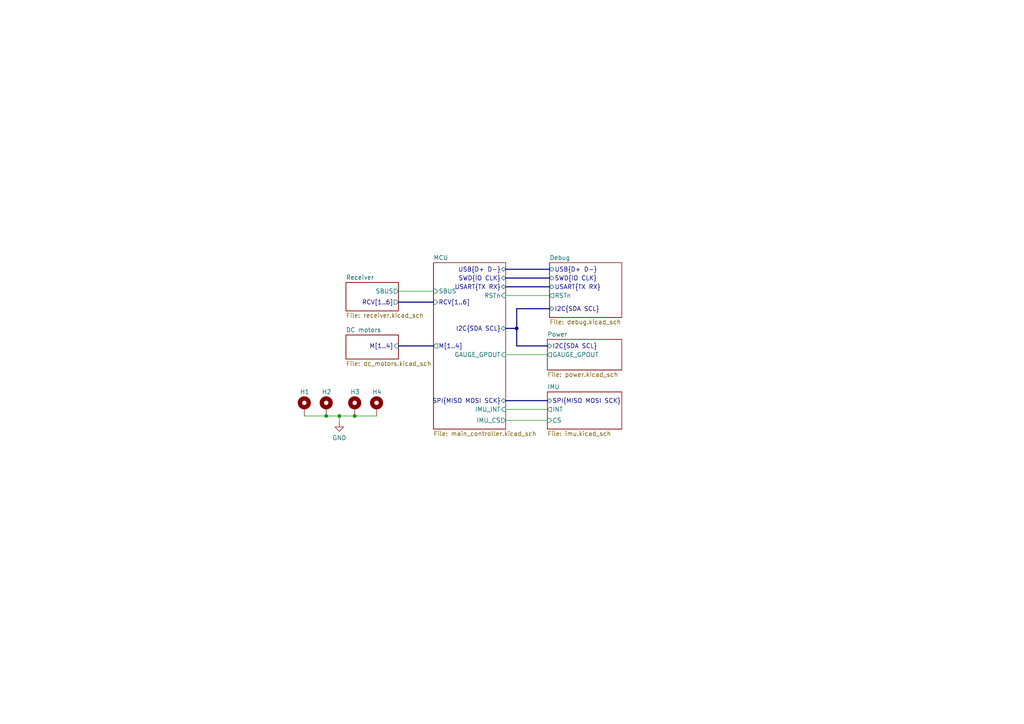
<source format=kicad_sch>
(kicad_sch (version 20211123) (generator eeschema)
  (paper "A4")
  (lib_symbols
    (symbol "Mechanical:MountingHole_Pad" (pin_numbers hide) (pin_names (offset 1.016) hide)
      (property "Reference" "H" (at 0 6.35 0))
      (property "Value" "MountingHole_Pad" (at 0 4.445 0))
      (symbol "MountingHole_Pad_0_1"
        (circle (center 0 1.27) (radius 1.27) (stroke (width 1.27)))
      )
      (symbol "MountingHole_Pad_1_1"
        (pin input line (at 0 -2.54 90) (length 2.54) (name "1") (number "1"))
      )
    )
    (symbol "power:GND" (power) (pin_names (offset 0))
      (property "Value" "GND" (at 0 -3.81 0))
      (symbol "GND_0_1"
        (polyline (pts (xy 0 0) (xy 0 -1.27) (xy 1.27 -1.27) (xy 0 -2.54) (xy -1.27 -1.27) (xy 0 -1.27)))
      )
      (symbol "GND_1_1"
        (pin power_in line (at 0 0 270) (length 0) hide (name "GND") (number "1"))
      )
    )
  )
  (junction (at 98.425 120.65))
  (junction (at 94.615 120.65))
  (junction (at 102.87 120.65))
  (junction (at 149.86 95.25))
  (wire (pts (xy 146.685 85.725) (xy 159.385 85.725)))
  (wire (pts (xy 98.425 120.65) (xy 102.87 120.65)))
  (wire (pts (xy 146.685 102.87) (xy 158.75 102.87)))
  (bus (pts (xy 146.685 80.645) (xy 159.385 80.645)))
  (wire (pts (xy 102.87 120.65) (xy 109.22 120.65)))
  (wire (pts (xy 146.685 121.92) (xy 158.75 121.92)))
  (wire (pts (xy 88.265 120.65) (xy 94.615 120.65)))
  (bus (pts (xy 149.86 100.33) (xy 158.75 100.33)))
  (bus (pts (xy 149.86 95.25) (xy 149.86 100.33)))
  (bus (pts (xy 146.685 78.105) (xy 159.385 78.105)))
  (bus (pts (xy 146.685 95.25) (xy 149.86 95.25)))
  (bus (pts (xy 146.685 116.205) (xy 158.75 116.205)))
  (bus (pts (xy 146.685 83.185) (xy 159.385 83.185)))
  (wire (pts (xy 98.425 120.65) (xy 98.425 122.555)))
  (wire (pts (xy 146.685 118.745) (xy 158.75 118.745)))
  (wire (pts (xy 115.57 84.455) (xy 125.73 84.455)))
  (wire (pts (xy 94.615 120.65) (xy 98.425 120.65)))
  (bus (pts (xy 115.57 100.33) (xy 125.73 100.33)))
  (bus (pts (xy 149.86 95.25) (xy 149.86 89.535)))
  (bus (pts (xy 115.57 87.63) (xy 125.73 87.63)))
  (bus (pts (xy 149.86 89.535) (xy 159.385 89.535)))
  (text "\n" (at 99.06 111.125 0) (effects (font (size 1.27 1.27)) (justify left bottom)))
  (symbol (lib_id "power:GND") (at 98.425 122.555 0) (unit 1)
    (property "Reference" "#PWR01" (effects hide))
    (property "Value" "GND" (at 98.425 126.9984 0))
  )
  (symbol (lib_id "Mechanical:MountingHole_Pad") (at 109.22 118.11 0) (unit 1)
    (property "Reference" "H4" (at 107.95 113.665 0) (effects (justify left)))
    (property "Value" "MountingHole_Pad" (effects hide))
    (property "Footprint" "MountingHole:MountingHole_2.2mm_M2_Pad" (effects hide))
  )
  (symbol (lib_id "Mechanical:MountingHole_Pad") (at 94.615 118.11 0) (unit 1)
    (property "Reference" "H2" (at 93.345 113.665 0) (effects (justify left)))
    (property "Value" "MountingHole_Pad" (effects hide))
    (property "Footprint" "MountingHole:MountingHole_2.2mm_M2_Pad" (effects hide))
  )
  (symbol (lib_id "Mechanical:MountingHole_Pad") (at 102.87 118.11 0) (unit 1)
    (property "Reference" "H3" (at 101.6 113.665 0) (effects (justify left)))
    (property "Value" "MountingHole_Pad" (effects hide))
    (property "Footprint" "MountingHole:MountingHole_2.2mm_M2_Pad" (effects hide))
  )
  (symbol (lib_id "Mechanical:MountingHole_Pad") (at 88.265 118.11 0) (unit 1)
    (property "Reference" "H1" (at 86.995 113.665 0) (effects (justify left)))
    (property "Value" "MountingHole_Pad" (effects hide))
    (property "Footprint" "MountingHole:MountingHole_2.2mm_M2_Pad" (effects hide))
  )
  (sheet (at 125.73 76.2) (size 20.955 48.26)
    (property "Sheet name" "MCU" (at 125.73 75.4884 0) (effects (justify left bottom)))
    (property "Sheet file" "main_controller.kicad_sch" (at 125.73 125.0446 0) (effects (justify left top)))
    (pin "RSTn" input (at 146.685 85.725 0))
    (pin "IMU_INT" input (at 146.685 118.745 0))
    (pin "RCV[1..6]" input (at 125.73 87.63 180))
    (pin "SWD{IO CLK}" bidirectional (at 146.685 80.645 0))
    (pin "I2C{SDA SCL}" bidirectional (at 146.685 95.25 0))
    (pin "USART{TX RX}" bidirectional (at 146.685 83.185 0))
    (pin "M[1..4]" output (at 125.73 100.33 180))
    (pin "SBUS" input (at 125.73 84.455 180))
    (pin "GAUGE_GPOUT" input (at 146.685 102.87 0))
    (pin "USB{D+ D-}" bidirectional (at 146.685 78.105 0))
    (pin "IMU_CS" output (at 146.685 121.92 0))
    (pin "SPI{MISO MOSI SCK}" bidirectional (at 146.685 116.205 0))
  )
  (sheet (at 100.33 97.155) (size 15.24 6.985)
    (property "Sheet name" "DC motors" (at 100.33 96.4434 0) (effects (justify left bottom)))
    (property "Sheet file" "dc_motors.kicad_sch" (at 100.33 104.7246 0) (effects (justify left top)))
    (pin "M[1..4]" input (at 115.57 100.33 0))
  )
  (sheet (at 159.385 76.2) (size 20.955 15.875)
    (property "Sheet name" "Debug" (at 159.385 75.4884 0) (effects (justify left bottom)))
    (property "Sheet file" "debug.kicad_sch" (at 159.385 92.6596 0) (effects (justify left top)))
    (pin "RSTn" output (at 159.385 85.725 180))
    (pin "SWD{IO CLK}" bidirectional (at 159.385 80.645 180))
    (pin "USART{TX RX}" bidirectional (at 159.385 83.185 180))
    (pin "I2C{SDA SCL}" bidirectional (at 159.385 89.535 180))
    (pin "USB{D+ D-}" bidirectional (at 159.385 78.105 180))
  )
  (sheet (at 158.75 98.425) (size 21.59 8.89)
    (property "Sheet name" "Power" (at 158.75 97.7134 0) (effects (justify left bottom)))
    (property "Sheet file" "power.kicad_sch" (at 158.75 107.8996 0) (effects (justify left top)))
    (pin "GAUGE_GPOUT" output (at 158.75 102.87 180))
    (pin "I2C{SDA SCL}" bidirectional (at 158.75 100.33 180))
  )
  (sheet (at 100.33 81.915) (size 15.24 8.255)
    (property "Sheet name" "Receiver" (at 100.33 81.2034 0) (effects (justify left bottom)))
    (property "Sheet file" "receiver.kicad_sch" (at 100.33 90.7546 0) (effects (justify left top)))
    (pin "RCV[1..6]" output (at 115.57 87.63 0))
    (pin "SBUS" output (at 115.57 84.455 0))
  )
  (sheet (at 158.75 113.665) (size 21.59 10.795) (stroke (width 0.1524))
    (property "Sheet name" "IMU" (at 158.75 112.9534 0) (effects (justify left bottom)))
    (property "Sheet file" "imu.kicad_sch" (at 158.75 125.0446 0) (effects (justify left top)))
    (pin "INT" output (at 158.75 118.745 180))
    (pin "CS" input (at 158.75 121.92 180))
    (pin "SPI{MISO MOSI SCK}" bidirectional (at 158.75 116.205 180))
  )
)
</source>
